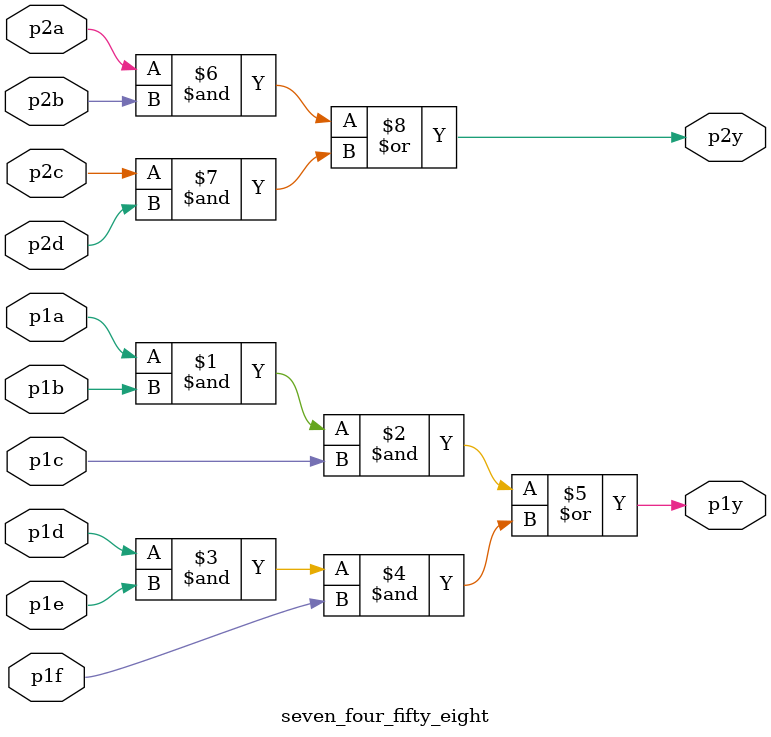
<source format=v>
module seven_four_fifty_eight ( 
    input p1a, p1b, p1c, p1d, p1e, p1f,
    output p1y,
    input p2a, p2b, p2c, p2d,
    output p2y );
    assign p1y = ((p1a & p1b & p1c) | (p1d & p1e & p1f));
    assign p2y = ((p2a & p2b) | (p2c & p2d));

endmodule

</source>
